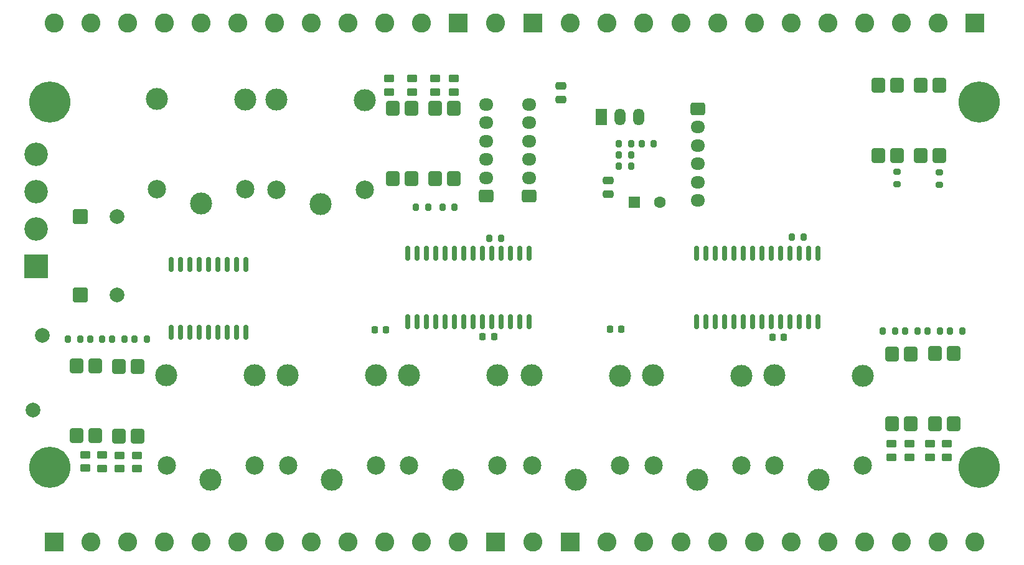
<source format=gbr>
%TF.GenerationSoftware,KiCad,Pcbnew,9.0.3*%
%TF.CreationDate,2025-11-14T19:54:21+01:00*%
%TF.ProjectId,ESPhome_greenhouse_controller,45535068-6f6d-4655-9f67-7265656e686f,rev?*%
%TF.SameCoordinates,Original*%
%TF.FileFunction,Soldermask,Top*%
%TF.FilePolarity,Negative*%
%FSLAX46Y46*%
G04 Gerber Fmt 4.6, Leading zero omitted, Abs format (unit mm)*
G04 Created by KiCad (PCBNEW 9.0.3) date 2025-11-14 19:54:21*
%MOMM*%
%LPD*%
G01*
G04 APERTURE LIST*
G04 Aperture macros list*
%AMRoundRect*
0 Rectangle with rounded corners*
0 $1 Rounding radius*
0 $2 $3 $4 $5 $6 $7 $8 $9 X,Y pos of 4 corners*
0 Add a 4 corners polygon primitive as box body*
4,1,4,$2,$3,$4,$5,$6,$7,$8,$9,$2,$3,0*
0 Add four circle primitives for the rounded corners*
1,1,$1+$1,$2,$3*
1,1,$1+$1,$4,$5*
1,1,$1+$1,$6,$7*
1,1,$1+$1,$8,$9*
0 Add four rect primitives between the rounded corners*
20,1,$1+$1,$2,$3,$4,$5,0*
20,1,$1+$1,$4,$5,$6,$7,0*
20,1,$1+$1,$6,$7,$8,$9,0*
20,1,$1+$1,$8,$9,$2,$3,0*%
G04 Aperture macros list end*
%ADD10RoundRect,0.250000X-0.725000X0.600000X-0.725000X-0.600000X0.725000X-0.600000X0.725000X0.600000X0*%
%ADD11O,1.950000X1.700000*%
%ADD12RoundRect,0.200000X-0.200000X-0.275000X0.200000X-0.275000X0.200000X0.275000X-0.200000X0.275000X0*%
%ADD13RoundRect,0.150000X0.150000X-0.875000X0.150000X0.875000X-0.150000X0.875000X-0.150000X-0.875000X0*%
%ADD14RoundRect,0.250000X-0.450000X0.262500X-0.450000X-0.262500X0.450000X-0.262500X0.450000X0.262500X0*%
%ADD15C,3.000000*%
%ADD16C,2.500000*%
%ADD17RoundRect,0.250000X0.450000X-0.262500X0.450000X0.262500X-0.450000X0.262500X-0.450000X-0.262500X0*%
%ADD18RoundRect,0.249999X-0.640001X0.750001X-0.640001X-0.750001X0.640001X-0.750001X0.640001X0.750001X0*%
%ADD19RoundRect,0.250000X-0.550000X-0.550000X0.550000X-0.550000X0.550000X0.550000X-0.550000X0.550000X0*%
%ADD20C,1.600000*%
%ADD21RoundRect,0.200000X0.200000X0.275000X-0.200000X0.275000X-0.200000X-0.275000X0.200000X-0.275000X0*%
%ADD22RoundRect,0.150000X-0.150000X0.875000X-0.150000X-0.875000X0.150000X-0.875000X0.150000X0.875000X0*%
%ADD23RoundRect,0.250000X-0.750000X-0.750000X0.750000X-0.750000X0.750000X0.750000X-0.750000X0.750000X0*%
%ADD24C,2.000000*%
%ADD25RoundRect,0.249999X0.640001X-0.750001X0.640001X0.750001X-0.640001X0.750001X-0.640001X-0.750001X0*%
%ADD26R,3.200000X3.200000*%
%ADD27C,3.200000*%
%ADD28RoundRect,0.250000X0.475000X-0.250000X0.475000X0.250000X-0.475000X0.250000X-0.475000X-0.250000X0*%
%ADD29RoundRect,0.200000X0.275000X-0.200000X0.275000X0.200000X-0.275000X0.200000X-0.275000X-0.200000X0*%
%ADD30RoundRect,0.250000X0.725000X-0.600000X0.725000X0.600000X-0.725000X0.600000X-0.725000X-0.600000X0*%
%ADD31R,2.600000X2.600000*%
%ADD32C,2.600000*%
%ADD33C,5.600000*%
%ADD34RoundRect,0.225000X-0.225000X-0.250000X0.225000X-0.250000X0.225000X0.250000X-0.225000X0.250000X0*%
%ADD35R,1.500000X2.300000*%
%ADD36O,1.500000X2.300000*%
%ADD37C,2.010000*%
G04 APERTURE END LIST*
D10*
%TO.C,J2*%
X180000000Y-86000000D03*
D11*
X180000000Y-88500000D03*
X180000000Y-91000000D03*
X180000000Y-93500000D03*
X180000000Y-96000000D03*
X180000000Y-98500000D03*
%TD*%
D12*
%TO.C,R40*%
X172350000Y-90800000D03*
X174000000Y-90800000D03*
%TD*%
D13*
%TO.C,U4*%
X140545000Y-114950000D03*
X141815000Y-114950000D03*
X143085000Y-114950000D03*
X144355000Y-114950000D03*
X145625000Y-114950000D03*
X146895000Y-114950000D03*
X148165000Y-114950000D03*
X149435000Y-114950000D03*
X150705000Y-114950000D03*
X151975000Y-114950000D03*
X153245000Y-114950000D03*
X154515000Y-114950000D03*
X155785000Y-114950000D03*
X157055000Y-114950000D03*
X157055000Y-105650000D03*
X155785000Y-105650000D03*
X154515000Y-105650000D03*
X153245000Y-105650000D03*
X151975000Y-105650000D03*
X150705000Y-105650000D03*
X149435000Y-105650000D03*
X148165000Y-105650000D03*
X146895000Y-105650000D03*
X145625000Y-105650000D03*
X144355000Y-105650000D03*
X143085000Y-105650000D03*
X141815000Y-105650000D03*
X140545000Y-105650000D03*
%TD*%
D14*
%TO.C,R34*%
X138000000Y-81875000D03*
X138000000Y-83700000D03*
%TD*%
D15*
%TO.C,K3*%
X163400000Y-136500000D03*
D16*
X169450000Y-134550000D03*
D15*
X169450000Y-122350000D03*
X157400000Y-122300000D03*
D16*
X157450000Y-134550000D03*
%TD*%
D17*
%TO.C,R5*%
X96650000Y-134912500D03*
X96650000Y-133087500D03*
%TD*%
%TO.C,R8*%
X103750000Y-135000000D03*
X103750000Y-133175000D03*
%TD*%
%TO.C,R19*%
X206300000Y-133412500D03*
X206300000Y-131587500D03*
%TD*%
D18*
%TO.C,U16*%
X141070000Y-85935000D03*
X138530000Y-85935000D03*
X138530000Y-95465000D03*
X141070000Y-95465000D03*
%TD*%
D19*
%TO.C,C4*%
X171347349Y-98700000D03*
D20*
X174847349Y-98700000D03*
%TD*%
D21*
%TO.C,R3*%
X96000000Y-117362500D03*
X94350000Y-117362500D03*
%TD*%
D22*
%TO.C,U5*%
X118520000Y-107150000D03*
X117250000Y-107150000D03*
X115980000Y-107150000D03*
X114710000Y-107150000D03*
X113440000Y-107150000D03*
X112170000Y-107150000D03*
X110900000Y-107150000D03*
X109630000Y-107150000D03*
X108360000Y-107150000D03*
X108360000Y-116450000D03*
X109630000Y-116450000D03*
X110900000Y-116450000D03*
X112170000Y-116450000D03*
X113440000Y-116450000D03*
X114710000Y-116450000D03*
X115980000Y-116450000D03*
X117250000Y-116450000D03*
X118520000Y-116450000D03*
%TD*%
D21*
%TO.C,R39*%
X170925000Y-93800000D03*
X169275000Y-93800000D03*
%TD*%
D23*
%TO.C,C1*%
X96000000Y-111300000D03*
D24*
X101000000Y-111300000D03*
%TD*%
D23*
%TO.C,C2*%
X96000000Y-100700000D03*
D24*
X101000000Y-100700000D03*
%TD*%
D15*
%TO.C,K1*%
X130200000Y-136450000D03*
D16*
X136250000Y-134500000D03*
D15*
X136250000Y-122300000D03*
X124200000Y-122250000D03*
D16*
X124250000Y-134500000D03*
%TD*%
D14*
%TO.C,R35*%
X146800000Y-81887500D03*
X146800000Y-83712500D03*
%TD*%
D25*
%TO.C,U15*%
X210280000Y-92365000D03*
X212820000Y-92365000D03*
X212820000Y-82835000D03*
X210280000Y-82835000D03*
%TD*%
%TO.C,U11*%
X206400000Y-128900000D03*
X208940000Y-128900000D03*
X208940000Y-119370000D03*
X206400000Y-119370000D03*
%TD*%
%TO.C,U6*%
X95460000Y-130500000D03*
X98000000Y-130500000D03*
X98000000Y-120970000D03*
X95460000Y-120970000D03*
%TD*%
D26*
%TO.C,D7*%
X90000000Y-107400000D03*
D27*
X90000000Y-102320000D03*
X90000000Y-97240000D03*
X90000000Y-92160000D03*
%TD*%
D12*
%TO.C,R27*%
X151600000Y-103600000D03*
X153250000Y-103600000D03*
%TD*%
D15*
%TO.C,K8*%
X128650000Y-98950000D03*
D16*
X134700000Y-97000000D03*
D15*
X134700000Y-84800000D03*
X122650000Y-84750000D03*
D16*
X122700000Y-97000000D03*
%TD*%
D28*
%TO.C,C6*%
X161400000Y-84750000D03*
X161400000Y-82850000D03*
%TD*%
D12*
%TO.C,R9*%
X97350000Y-117362500D03*
X99000000Y-117362500D03*
%TD*%
D25*
%TO.C,U7*%
X101230000Y-130565000D03*
X103770000Y-130565000D03*
X103770000Y-121035000D03*
X101230000Y-121035000D03*
%TD*%
%TO.C,U10*%
X212230000Y-128865000D03*
X214770000Y-128865000D03*
X214770000Y-119335000D03*
X212230000Y-119335000D03*
%TD*%
D15*
%TO.C,K2*%
X146700000Y-136450000D03*
D16*
X152750000Y-134500000D03*
D15*
X152750000Y-122300000D03*
X140700000Y-122250000D03*
D16*
X140750000Y-134500000D03*
%TD*%
D21*
%TO.C,R38*%
X170925000Y-90800000D03*
X169275000Y-90800000D03*
%TD*%
D29*
%TO.C,R30*%
X207050000Y-96250000D03*
X207050000Y-94600000D03*
%TD*%
D12*
%TO.C,R21*%
X214325000Y-116250000D03*
X215975000Y-116250000D03*
%TD*%
D30*
%TO.C,J4*%
X157050000Y-97900000D03*
D11*
X157050000Y-95400000D03*
X157050000Y-92900000D03*
X157050000Y-90400000D03*
X157050000Y-87900000D03*
X157050000Y-85400000D03*
%TD*%
D18*
%TO.C,U17*%
X146770000Y-85935000D03*
X144230000Y-85935000D03*
X144230000Y-95465000D03*
X146770000Y-95465000D03*
%TD*%
D31*
%TO.C,MOD1*%
X92430000Y-144950000D03*
D32*
X97430000Y-144950000D03*
X102430000Y-144950000D03*
X107430000Y-144950000D03*
X112430000Y-144950000D03*
X117430000Y-144950000D03*
X122430000Y-144950000D03*
X127430000Y-144950000D03*
X132430000Y-144950000D03*
X137430000Y-144950000D03*
X142430000Y-144950000D03*
X147430000Y-144950000D03*
D31*
X162670000Y-144950000D03*
D32*
X167670000Y-144950000D03*
X172670000Y-144950000D03*
X177670000Y-144950000D03*
X182670000Y-144950000D03*
X187670000Y-144950000D03*
X192670000Y-144950000D03*
X197670000Y-144950000D03*
X202670000Y-144950000D03*
X207670000Y-144950000D03*
X212670000Y-144950000D03*
X217670000Y-144950000D03*
D31*
X217670000Y-74331500D03*
D32*
X212670000Y-74331500D03*
X207670000Y-74331500D03*
X202670000Y-74331500D03*
X197670000Y-74331500D03*
X192670000Y-74331500D03*
X187670000Y-74331500D03*
X182670000Y-74331500D03*
X177670000Y-74331500D03*
X172670000Y-74331500D03*
X167670000Y-74331500D03*
X162670000Y-74331500D03*
D31*
X147430000Y-74331500D03*
D32*
X142430000Y-74331500D03*
X137430000Y-74331500D03*
X132430000Y-74331500D03*
X127430000Y-74331500D03*
X122430000Y-74331500D03*
X117430000Y-74331500D03*
X112430000Y-74331500D03*
X107430000Y-74331500D03*
X102430000Y-74331500D03*
X97430000Y-74331500D03*
X92430000Y-74331500D03*
D31*
X152510000Y-144950000D03*
D32*
X157590000Y-144950000D03*
D31*
X157590000Y-74331500D03*
D32*
X152510000Y-74331500D03*
D33*
X91875000Y-85075000D03*
X91875000Y-134825000D03*
X218225000Y-85075000D03*
X218225000Y-134825000D03*
%TD*%
D15*
%TO.C,K4*%
X179900000Y-136500000D03*
D16*
X185950000Y-134550000D03*
D15*
X185950000Y-122350000D03*
X173900000Y-122300000D03*
D16*
X173950000Y-134550000D03*
%TD*%
D28*
%TO.C,C3*%
X167800000Y-97650000D03*
X167800000Y-95750000D03*
%TD*%
D21*
%TO.C,R32*%
X143325000Y-99400000D03*
X141675000Y-99400000D03*
%TD*%
D15*
%TO.C,K5*%
X113700000Y-136450000D03*
D16*
X119750000Y-134500000D03*
D15*
X119750000Y-122300000D03*
X107700000Y-122250000D03*
D16*
X107750000Y-134500000D03*
%TD*%
D34*
%TO.C,C8*%
X136050000Y-116100000D03*
X137600000Y-116100000D03*
%TD*%
D21*
%TO.C,R15*%
X212925000Y-116250000D03*
X211275000Y-116250000D03*
%TD*%
D17*
%TO.C,R18*%
X213900000Y-133412500D03*
X213900000Y-131587500D03*
%TD*%
D34*
%TO.C,C7*%
X150725000Y-117000000D03*
X152275000Y-117000000D03*
%TD*%
D35*
%TO.C,U18*%
X166853000Y-87107500D03*
D36*
X169393000Y-87107500D03*
X171933000Y-87107500D03*
%TD*%
D34*
%TO.C,C9*%
X190125000Y-117100000D03*
X191675000Y-117100000D03*
%TD*%
D17*
%TO.C,R7*%
X101350000Y-135000000D03*
X101350000Y-133175000D03*
%TD*%
D12*
%TO.C,R10*%
X103375000Y-117362500D03*
X105025000Y-117362500D03*
%TD*%
D17*
%TO.C,R17*%
X211600000Y-133412500D03*
X211600000Y-131587500D03*
%TD*%
D21*
%TO.C,R28*%
X194400000Y-103500000D03*
X192750000Y-103500000D03*
%TD*%
D30*
%TO.C,J3*%
X151200000Y-97900000D03*
D11*
X151200000Y-95400000D03*
X151200000Y-92900000D03*
X151200000Y-90400000D03*
X151200000Y-87900000D03*
X151200000Y-85400000D03*
%TD*%
D13*
%TO.C,U2*%
X179790000Y-114950000D03*
X181060000Y-114950000D03*
X182330000Y-114950000D03*
X183600000Y-114950000D03*
X184870000Y-114950000D03*
X186140000Y-114950000D03*
X187410000Y-114950000D03*
X188680000Y-114950000D03*
X189950000Y-114950000D03*
X191220000Y-114950000D03*
X192490000Y-114950000D03*
X193760000Y-114950000D03*
X195030000Y-114950000D03*
X196300000Y-114950000D03*
X196300000Y-105650000D03*
X195030000Y-105650000D03*
X193760000Y-105650000D03*
X192490000Y-105650000D03*
X191220000Y-105650000D03*
X189950000Y-105650000D03*
X188680000Y-105650000D03*
X187410000Y-105650000D03*
X186140000Y-105650000D03*
X184870000Y-105650000D03*
X183600000Y-105650000D03*
X182330000Y-105650000D03*
X181060000Y-105650000D03*
X179790000Y-105650000D03*
%TD*%
D14*
%TO.C,R33*%
X141100000Y-81887500D03*
X141100000Y-83712500D03*
%TD*%
D15*
%TO.C,K6*%
X196400000Y-136500000D03*
D16*
X202450000Y-134550000D03*
D15*
X202450000Y-122350000D03*
X190400000Y-122300000D03*
D16*
X190450000Y-134550000D03*
%TD*%
D37*
%TO.C,F2*%
X90800000Y-116800000D03*
X89600000Y-127000000D03*
%TD*%
D21*
%TO.C,R37*%
X170925000Y-92300000D03*
X169275000Y-92300000D03*
%TD*%
D15*
%TO.C,K7*%
X112400000Y-98900000D03*
D16*
X118450000Y-96950000D03*
D15*
X118450000Y-84750000D03*
X106400000Y-84700000D03*
D16*
X106450000Y-96950000D03*
%TD*%
D17*
%TO.C,R20*%
X208800000Y-133412500D03*
X208800000Y-131587500D03*
%TD*%
D25*
%TO.C,U1*%
X204580000Y-92365000D03*
X207120000Y-92365000D03*
X207120000Y-82835000D03*
X204580000Y-82835000D03*
%TD*%
D29*
%TO.C,R29*%
X212850000Y-96325000D03*
X212850000Y-94675000D03*
%TD*%
D12*
%TO.C,R22*%
X208225000Y-116250000D03*
X209875000Y-116250000D03*
%TD*%
D14*
%TO.C,R36*%
X144300000Y-81900000D03*
X144300000Y-83725000D03*
%TD*%
D34*
%TO.C,C10*%
X168025000Y-116000000D03*
X169575000Y-116000000D03*
%TD*%
D12*
%TO.C,R31*%
X145275000Y-99400000D03*
X146925000Y-99400000D03*
%TD*%
D21*
%TO.C,R16*%
X206825000Y-116250000D03*
X205175000Y-116250000D03*
%TD*%
%TO.C,R4*%
X102000000Y-117362500D03*
X100350000Y-117362500D03*
%TD*%
D17*
%TO.C,R6*%
X99000000Y-134950000D03*
X99000000Y-133125000D03*
%TD*%
M02*

</source>
